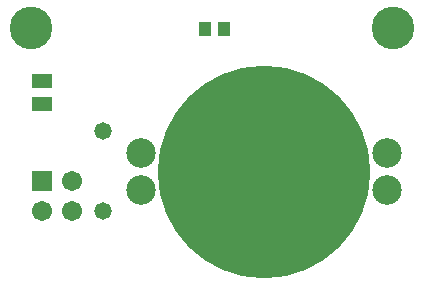
<source format=gts>
G04*
G04 #@! TF.GenerationSoftware,Altium Limited,Altium Designer,18.1.7 (191)*
G04*
G04 Layer_Color=8388736*
%FSLAX25Y25*%
%MOIN*%
G70*
G01*
G75*
%ADD18C,0.70879*%
%ADD19R,0.04343X0.04540*%
%ADD20R,0.06509X0.04737*%
%ADD21C,0.09855*%
%ADD22R,0.06706X0.06706*%
%ADD23C,0.06706*%
%ADD24C,0.14186*%
%ADD25C,0.05800*%
D18*
X321500Y367000D02*
D03*
D19*
X308150Y414500D02*
D03*
X301850D02*
D03*
D20*
X247500Y397240D02*
D03*
Y389760D02*
D03*
D21*
X362445Y361094D02*
D03*
Y373299D02*
D03*
X280555D02*
D03*
Y361094D02*
D03*
D22*
X247500Y364000D02*
D03*
D23*
X257500D02*
D03*
X247500Y354000D02*
D03*
X257500D02*
D03*
D24*
X364500Y415000D02*
D03*
X244000D02*
D03*
D25*
X268000Y380500D02*
D03*
Y354000D02*
D03*
M02*

</source>
